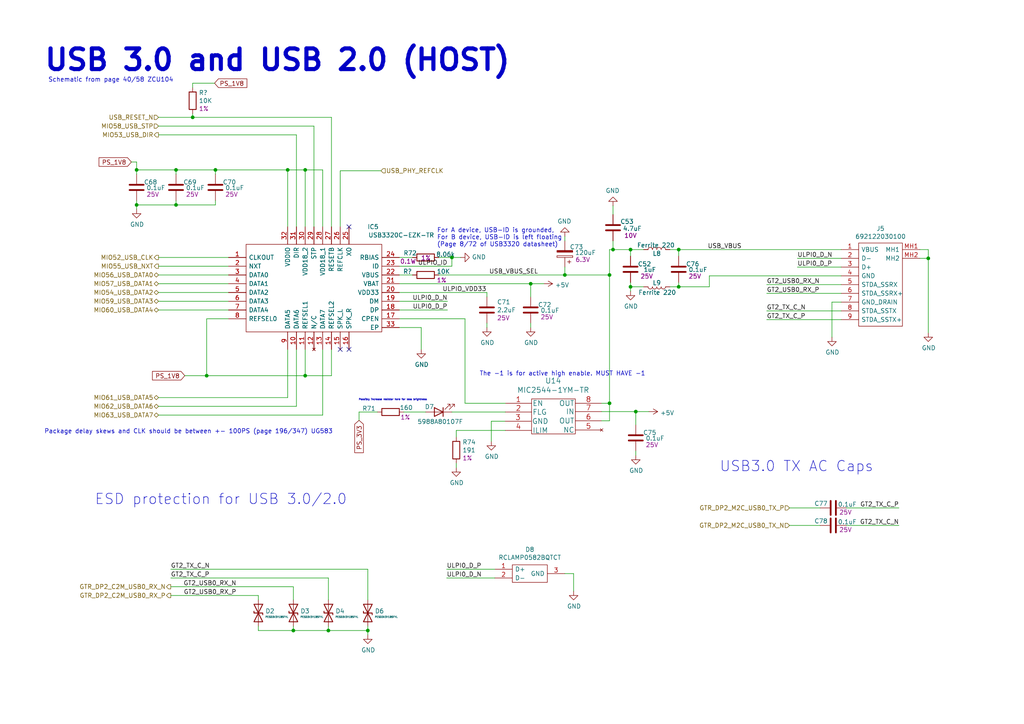
<source format=kicad_sch>
(kicad_sch (version 20230121) (generator eeschema)
  (paper "A4")
  (title_block (title "Top Sheet") (date "2023-12-21") (rev "1.00") (company "ApotheoTech LLC") (comment 1 "SCH: APT-KRIA-FMC") (comment 2 "Author: Chance Reimer"))
  (lib_symbols
    (symbol "APT-KRIA-FMC-rescue:CP-Device" (pin_numbers hide) (pin_names (offset 0.254))
      (property "Reference" "C" (at 0.635 2.54 0))
      (property "Value" "Device_CP" (at 0.635 -2.54 0))
      (symbol "CP-Device_0_1"
        (rectangle (start -2.286 0.508) (end 2.286 1.016))
        (polyline (pts (xy -1.778 2.286) (xy -0.762 2.286)))
        (polyline (pts (xy -1.27 2.794) (xy -1.27 1.778)))
        (rectangle (start 2.286 -0.508) (end -2.286 -1.016) (fill (type outline)))
      )
      (symbol "CP-Device_1_1"
        (pin passive line (at 0 3.81 270) (length 2.794) (name "~") (number "1"))
        (pin passive line (at 0 -3.81 90) (length 2.794) (name "~") (number "2"))
      )
    )
    (symbol "ApotheoTech:692122030100" (pin_names (offset 0.762))
      (property "Reference" "J" (at -3.175 16.51 0))
      (property "Value" "692122030100" (at 22.86 12.7 0))
      (symbol "692122030100_0_0"
        (pin passive line (at -11.43 12.7 0) (length 5.08) (name "VBUS") (number "1"))
        (pin passive line (at -11.43 10.16 0) (length 5.08) (name "D-") (number "2"))
        (pin passive line (at -11.43 7.62 0) (length 5.08) (name "D+") (number "3"))
        (pin passive line (at -11.43 5.08 0) (length 5.08) (name "GND") (number "4"))
        (pin passive line (at -11.43 2.54 0) (length 5.08) (name "STDA_SSRX") (number "5"))
        (pin passive line (at -11.43 0 0) (length 5.08) (name "STDA_SSRX+") (number "6"))
        (pin passive line (at -11.43 -2.54 0) (length 5.08) (name "GND_DRAIN") (number "7"))
        (pin passive line (at -11.43 -5.08 0) (length 5.08) (name "STDA_SSTX") (number "8"))
        (pin passive line (at -11.43 -7.62 0) (length 5.08) (name "STDA_SSTX+") (number "9"))
        (pin passive line (at 11.43 12.7 180) (length 5.08) (name "MH1") (number "MH1"))
        (pin passive line (at 11.43 10.16 180) (length 5.08) (name "MH2") (number "MH2"))
      )
      (symbol "692122030100_0_1"
        (rectangle (start -6.35 14.605) (end 6.35 -9.525))
      )
    )
    (symbol "ApotheoTech:MIC2544-1YM-TR" (pin_names (offset 0.254))
      (property "Reference" "U" (at -1.27 11.938 0))
      (property "Value" "MIC2544-1YM-TR" (at -1.27 9.398 0))
      (symbol "MIC2544-1YM-TR_1_1"
        (rectangle (start -6.604 5.08) (end 6.096 -5.08))
        (pin input line (at -14.224 3.81 0) (length 7.62) (name "EN") (number "1"))
        (pin output line (at -14.224 1.27 0) (length 7.62) (name "FLG") (number "2"))
        (pin power_in line (at -14.351 -1.397 0) (length 7.62) (name "GND") (number "3"))
        (pin passive line (at -14.224 -4.064 0) (length 7.62) (name "ILIM") (number "4"))
        (pin no_connect line (at 13.716 -3.937 180) (length 7.62) (name "NC") (number "5"))
        (pin passive line (at 13.716 -1.27 180) (length 7.62) (name "OUT") (number "6"))
        (pin input line (at 13.716 1.397 180) (length 7.62) (name "IN") (number "7"))
        (pin passive line (at 13.716 3.81 180) (length 7.62) (name "OUT") (number "8"))
      )
    )
    (symbol "ApotheoTech:RCLAMP0582BQTCT" (pin_names (offset 0.762))
      (property "Reference" "D" (at 21.59 7.62 0))
      (property "Value" "RCLAMP0582BQTCT" (at 21.59 5.08 0))
      (symbol "RCLAMP0582BQTCT_0_0"
        (pin passive line (at -10.16 1.27 0) (length 5.08) (name "D+") (number "1"))
        (pin passive line (at -10.16 -1.27 0) (length 5.08) (name "D-") (number "2"))
        (pin passive line (at 10.16 0 180) (length 5.08) (name "GND") (number "3"))
      )
      (symbol "RCLAMP0582BQTCT_0_1"
        (rectangle (start -5.08 2.54) (end 5.08 -2.54))
      )
    )
    (symbol "ApotheoTech:USB3320C-EZK-TR" (pin_names (offset 0.762))
      (property "Reference" "IC" (at 16.51 17.145 0))
      (property "Value" "USB3320C-EZK-TR" (at 16.51 14.605 0))
      (symbol "USB3320C-EZK-TR_0_0"
        (pin passive line (at -24.765 8.89 0) (length 5.08) (name "CLKOUT") (number "1"))
        (pin passive line (at -5.08 -17.78 90) (length 5.08) (name "DATA6") (number "10"))
        (pin passive line (at -2.54 -17.78 90) (length 5.08) (name "REFSEL1") (number "11"))
        (pin no_connect line (at 0 -17.78 90) (length 5.08) (name "N/C") (number "12"))
        (pin passive line (at 2.54 -17.78 90) (length 5.08) (name "DATA7") (number "13"))
        (pin passive line (at 5.08 -17.78 90) (length 5.08) (name "REFSEL2") (number "14"))
        (pin passive line (at 7.62 -17.78 90) (length 5.08) (name "SPK_L") (number "15"))
        (pin passive line (at 10.16 -17.78 90) (length 5.08) (name "SPK_R") (number "16"))
        (pin passive line (at 24.765 -8.89 180) (length 5.08) (name "CPEN") (number "17"))
        (pin passive line (at 24.765 -6.35 180) (length 5.08) (name "DP") (number "18"))
        (pin passive line (at 24.765 -3.81 180) (length 5.08) (name "DM") (number "19"))
        (pin passive line (at -24.765 6.35 0) (length 5.08) (name "NXT") (number "2"))
        (pin passive line (at 24.765 -1.27 180) (length 5.08) (name "VDD33") (number "20"))
        (pin passive line (at 24.765 1.27 180) (length 5.08) (name "VBAT") (number "21"))
        (pin passive line (at 24.765 3.81 180) (length 5.08) (name "VBUS") (number "22"))
        (pin passive line (at 24.765 6.35 180) (length 5.08) (name "ID") (number "23"))
        (pin passive line (at 24.765 8.89 180) (length 5.08) (name "RBIAS") (number "24"))
        (pin passive line (at 10.16 17.78 270) (length 5.08) (name "XO") (number "25"))
        (pin passive line (at 7.62 17.78 270) (length 5.08) (name "REFCLK") (number "26"))
        (pin passive line (at 5.08 17.78 270) (length 5.08) (name "RESETB") (number "27"))
        (pin passive line (at 2.54 17.78 270) (length 5.08) (name "VDD18_1") (number "28"))
        (pin passive line (at 0 17.78 270) (length 5.08) (name "STP") (number "29"))
        (pin passive line (at -24.765 3.81 0) (length 5.08) (name "DATA0") (number "3"))
        (pin passive line (at -2.54 17.78 270) (length 5.08) (name "VDD18_2") (number "30"))
        (pin passive line (at -5.08 17.78 270) (length 5.08) (name "DIR") (number "31"))
        (pin passive line (at -7.62 17.78 270) (length 5.08) (name "VDDIO") (number "32"))
        (pin passive line (at 24.765 -11.43 180) (length 5.08) (name "EP") (number "33"))
        (pin passive line (at -24.765 1.27 0) (length 5.08) (name "DATA1") (number "4"))
        (pin passive line (at -24.765 -1.27 0) (length 5.08) (name "DATA2") (number "5"))
        (pin passive line (at -24.765 -3.81 0) (length 5.08) (name "DATA3") (number "6"))
        (pin passive line (at -24.765 -6.35 0) (length 5.08) (name "DATA4") (number "7"))
        (pin passive line (at -24.765 -8.89 0) (length 5.08) (name "REFSEL0") (number "8"))
        (pin passive line (at -7.62 -17.78 90) (length 5.08) (name "DATA5") (number "9"))
      )
      (symbol "USB3320C-EZK-TR_0_1"
        (rectangle (start -19.685 12.7) (end 19.685 -12.7))
      )
    )
    (symbol "Device:C" (pin_numbers hide) (pin_names (offset 0.254))
      (property "Reference" "C" (at 0.635 2.54 0))
      (property "Value" "C" (at 0.635 -2.54 0))
      (symbol "C_0_1"
        (polyline (pts (xy -2.032 -0.762) (xy 2.032 -0.762)) (stroke (width 0.508)))
        (polyline (pts (xy -2.032 0.762) (xy 2.032 0.762)) (stroke (width 0.508)))
      )
      (symbol "C_1_1"
        (pin passive line (at 0 3.81 270) (length 2.794) (name "~") (number "1"))
        (pin passive line (at 0 -3.81 90) (length 2.794) (name "~") (number "2"))
      )
    )
    (symbol "Device:D_TVS" (pin_numbers hide) (pin_names (offset 1.016) hide)
      (property "Reference" "D" (at 0 2.54 0))
      (property "Value" "D_TVS" (at 0 -2.54 0))
      (symbol "D_TVS_0_1"
        (polyline (pts (xy 1.27 0) (xy -1.27 0)))
        (polyline (pts (xy 0.508 1.27) (xy 0 1.27) (xy 0 -1.27) (xy -0.508 -1.27)) (stroke (width 0.254)))
        (polyline (pts (xy -2.54 1.27) (xy -2.54 -1.27) (xy 2.54 1.27) (xy 2.54 -1.27) (xy -2.54 1.27)) (stroke (width 0.254)))
      )
      (symbol "D_TVS_1_1"
        (pin passive line (at -3.81 0 0) (length 2.54) (name "A1") (number "1"))
        (pin passive line (at 3.81 0 180) (length 2.54) (name "A2") (number "2"))
      )
    )
    (symbol "Device:L" (pin_numbers hide) (pin_names (offset 1.016) hide)
      (property "Reference" "L" (at -1.27 0 90))
      (property "Value" "L" (at 1.905 0 90))
      (symbol "L_0_1"
        (arc (start 0 -2.54) (mid 0.6323 -1.905) (end 0 -1.27))
        (arc (start 0 -1.27) (mid 0.6323 -0.635) (end 0 0))
        (arc (start 0 0) (mid 0.6323 0.635) (end 0 1.27))
        (arc (start 0 1.27) (mid 0.6323 1.905) (end 0 2.54))
      )
      (symbol "L_1_1"
        (pin passive line (at 0 3.81 270) (length 1.27) (name "1") (number "1"))
        (pin passive line (at 0 -3.81 90) (length 1.27) (name "2") (number "2"))
      )
    )
    (symbol "Device:LED" (pin_numbers hide) (pin_names (offset 1.016) hide)
      (property "Reference" "D" (at 0 2.54 0))
      (property "Value" "LED" (at 0 -2.54 0))
      (symbol "LED_0_1"
        (polyline (pts (xy -1.27 -1.27) (xy -1.27 1.27)) (stroke (width 0.254)))
        (polyline (pts (xy -1.27 0) (xy 1.27 0)))
        (polyline (pts (xy 1.27 -1.27) (xy 1.27 1.27) (xy -1.27 0) (xy 1.27 -1.27)) (stroke (width 0.254)))
        (polyline (pts (xy -3.048 -0.762) (xy -4.572 -2.286) (xy -3.81 -2.286) (xy -4.572 -2.286) (xy -4.572 -1.524)))
        (polyline (pts (xy -1.778 -0.762) (xy -3.302 -2.286) (xy -2.54 -2.286) (xy -3.302 -2.286) (xy -3.302 -1.524)))
      )
      (symbol "LED_1_1"
        (pin passive line (at -3.81 0 0) (length 2.54) (name "K") (number "1"))
        (pin passive line (at 3.81 0 180) (length 2.54) (name "A") (number "2"))
      )
    )
    (symbol "Device:R" (pin_numbers hide) (pin_names (offset 0))
      (property "Reference" "R" (at 2.032 0 90))
      (property "Value" "R" (at 0 0 90))
      (symbol "R_0_1"
        (rectangle (start -1.016 -2.54) (end 1.016 2.54) (stroke (width 0.254)))
      )
      (symbol "R_1_1"
        (pin passive line (at 0 3.81 270) (length 1.27) (name "~") (number "1"))
        (pin passive line (at 0 -3.81 90) (length 1.27) (name "~") (number "2"))
      )
    )
    (symbol "power:+5V" (power) (pin_names (offset 0))
      (property "Value" "+5V" (at 0 3.556 0))
      (symbol "+5V_0_1"
        (polyline (pts (xy -0.762 1.27) (xy 0 2.54)))
        (polyline (pts (xy 0 0) (xy 0 2.54)))
        (polyline (pts (xy 0 2.54) (xy 0.762 1.27)))
      )
      (symbol "+5V_1_1"
        (pin power_in line (at 0 0 90) (length 0) hide (name "+5V") (number "1"))
      )
    )
    (symbol "power:GND" (power) (pin_names (offset 0))
      (property "Value" "GND" (at 0 -3.81 0))
      (symbol "GND_0_1"
        (polyline (pts (xy 0 0) (xy 0 -1.27) (xy 1.27 -1.27) (xy 0 -2.54) (xy -1.27 -1.27) (xy 0 -1.27)))
      )
      (symbol "GND_1_1"
        (pin power_in line (at 0 0 270) (length 0) hide (name "GND") (number "1"))
      )
    )
  )
  (junction (at 269.24 74.93))
  (junction (at 153.924 82.296))
  (junction (at 83.439 49.276))
  (junction (at 177.8 72.39))
  (junction (at 88.519 49.276))
  (junction (at 51.054 49.276))
  (junction (at 62.484 49.276))
  (junction (at 85.09 182.88))
  (junction (at 51.054 59.436))
  (junction (at 182.88 83.185))
  (junction (at 59.944 108.966))
  (junction (at 39.624 49.276))
  (junction (at 55.88 34.036))
  (junction (at 131.064 74.676))
  (junction (at 184.404 119.38))
  (junction (at 196.85 83.185))
  (junction (at 196.85 72.39))
  (junction (at 106.68 182.88))
  (junction (at 176.784 79.756))
  (junction (at 182.88 72.39))
  (junction (at 88.519 108.966))
  (junction (at 176.784 116.967))
  (junction (at 95.25 182.88))
  (junction (at 39.624 59.436))
  (junction (at 163.83 79.756))
  (no_connect (at 98.679 101.346))
  (no_connect (at 101.219 101.346))
  (no_connect (at 101.219 65.786))
  (wire (pts (xy 269.24 74.93) (xy 269.24 96.52)))
  (wire (pts (xy 243.967 87.63) (xy 241.3 87.63)))
  (wire (pts (xy 55.88 25.4) (xy 55.88 24.13)))
  (wire (pts (xy 174.498 119.38) (xy 184.404 119.38)))
  (wire (pts (xy 146.558 119.507) (xy 131.064 119.507)))
  (wire (pts (xy 115.824 82.296) (xy 153.924 82.296)))
  (wire (pts (xy 163.83 69.85) (xy 163.83 68.58)))
  (wire (pts (xy 182.88 83.185) (xy 182.88 84.455)))
  (wire (pts (xy 98.679 65.786) (xy 98.679 49.53)))
  (wire (pts (xy 176.784 122.047) (xy 176.784 116.967)))
  (wire (pts (xy 184.404 119.38) (xy 188.214 119.38)))
  (wire (pts (xy 182.88 83.185) (xy 186.69 83.185)))
  (wire (pts (xy 146.431 122.174) (xy 142.494 122.174)))
  (wire (pts (xy 62.484 58.166) (xy 62.484 59.436)))
  (wire (pts (xy 115.824 87.376) (xy 129.794 87.376)))
  (wire (pts (xy 38.1 46.99) (xy 39.624 46.99)))
  (wire (pts (xy 177.8 72.39) (xy 176.784 72.39)))
  (wire (pts (xy 93.599 101.346) (xy 93.599 120.396)))
  (wire (pts (xy 66.294 77.216) (xy 45.974 77.216)))
  (wire (pts (xy 59.944 108.966) (xy 53.594 108.966)))
  (wire (pts (xy 115.824 89.916) (xy 129.794 89.916)))
  (wire (pts (xy 59.944 92.456) (xy 59.944 108.966)))
  (wire (pts (xy 91.059 36.576) (xy 45.974 36.576)))
  (wire (pts (xy 153.924 82.296) (xy 157.734 82.296)))
  (wire (pts (xy 96.139 108.966) (xy 96.139 101.346)))
  (wire (pts (xy 85.979 39.116) (xy 45.974 39.116)))
  (wire (pts (xy 106.68 165.1) (xy 106.68 173.99)))
  (wire (pts (xy 85.979 65.786) (xy 85.979 39.116)))
  (wire (pts (xy 269.24 74.93) (xy 269.24 72.39)))
  (wire (pts (xy 182.88 81.915) (xy 182.88 83.185)))
  (wire (pts (xy 163.83 79.756) (xy 176.784 79.756)))
  (wire (pts (xy 88.519 65.786) (xy 88.519 49.276)))
  (wire (pts (xy 245.491 147.32) (xy 260.731 147.32)))
  (wire (pts (xy 51.054 49.276) (xy 62.484 49.276)))
  (wire (pts (xy 85.979 117.856) (xy 45.974 117.856)))
  (wire (pts (xy 196.85 72.39) (xy 243.967 72.39)))
  (wire (pts (xy 153.924 93.726) (xy 153.924 94.996)))
  (wire (pts (xy 134.874 116.967) (xy 146.558 116.967)))
  (wire (pts (xy 131.064 74.676) (xy 133.604 74.676)))
  (wire (pts (xy 166.37 166.37) (xy 166.37 171.45)))
  (wire (pts (xy 131.064 77.216) (xy 131.064 74.676)))
  (wire (pts (xy 104.14 119.507) (xy 109.474 119.507)))
  (wire (pts (xy 222.377 90.17) (xy 243.967 90.17)))
  (wire (pts (xy 134.874 92.456) (xy 134.874 116.967)))
  (wire (pts (xy 66.294 89.916) (xy 45.974 89.916)))
  (wire (pts (xy 49.53 165.1) (xy 106.68 165.1)))
  (wire (pts (xy 237.871 147.32) (xy 228.981 147.32)))
  (wire (pts (xy 222.377 82.55) (xy 243.967 82.55)))
  (wire (pts (xy 104.14 121.92) (xy 104.14 119.507)))
  (wire (pts (xy 222.377 85.09) (xy 243.967 85.09)))
  (wire (pts (xy 95.25 182.88) (xy 95.25 181.61)))
  (wire (pts (xy 205.74 80.01) (xy 205.74 83.185)))
  (wire (pts (xy 194.31 72.39) (xy 196.85 72.39)))
  (wire (pts (xy 96.139 34.036) (xy 55.88 34.036)))
  (wire (pts (xy 115.824 92.456) (xy 134.874 92.456)))
  (wire (pts (xy 243.967 77.47) (xy 231.267 77.47)))
  (wire (pts (xy 222.377 92.71) (xy 243.967 92.71)))
  (wire (pts (xy 91.059 65.786) (xy 91.059 36.576)))
  (wire (pts (xy 39.624 50.546) (xy 39.624 49.276)))
  (wire (pts (xy 51.054 49.276) (xy 51.054 50.546)))
  (wire (pts (xy 141.224 84.836) (xy 141.224 86.106)))
  (wire (pts (xy 88.519 108.966) (xy 96.139 108.966)))
  (wire (pts (xy 49.53 172.72) (xy 74.93 172.72)))
  (wire (pts (xy 243.967 74.93) (xy 231.267 74.93)))
  (wire (pts (xy 55.88 24.13) (xy 62.23 24.13)))
  (wire (pts (xy 66.294 82.296) (xy 45.974 82.296)))
  (wire (pts (xy 66.294 87.376) (xy 45.974 87.376)))
  (wire (pts (xy 95.25 167.64) (xy 95.25 173.99)))
  (wire (pts (xy 55.88 34.036) (xy 45.974 34.036)))
  (wire (pts (xy 49.53 170.18) (xy 85.09 170.18)))
  (wire (pts (xy 269.24 74.93) (xy 266.827 74.93)))
  (wire (pts (xy 184.404 123.19) (xy 184.404 119.38)))
  (wire (pts (xy 93.599 49.276) (xy 88.519 49.276)))
  (wire (pts (xy 95.25 182.88) (xy 106.68 182.88)))
  (wire (pts (xy 88.519 108.966) (xy 88.519 101.346)))
  (wire (pts (xy 123.444 119.507) (xy 117.094 119.507)))
  (wire (pts (xy 153.924 86.106) (xy 153.924 82.296)))
  (wire (pts (xy 132.334 124.841) (xy 146.558 124.841)))
  (wire (pts (xy 115.824 84.836) (xy 141.224 84.836)))
  (wire (pts (xy 186.69 72.39) (xy 182.88 72.39)))
  (wire (pts (xy 163.83 166.37) (xy 166.37 166.37)))
  (wire (pts (xy 163.83 79.756) (xy 163.83 77.47)))
  (wire (pts (xy 127.254 79.756) (xy 163.83 79.756)))
  (wire (pts (xy 74.93 172.72) (xy 74.93 173.99)))
  (wire (pts (xy 85.09 182.88) (xy 85.09 181.61)))
  (wire (pts (xy 74.93 182.88) (xy 85.09 182.88)))
  (wire (pts (xy 106.68 182.88) (xy 106.68 184.15)))
  (wire (pts (xy 66.294 84.836) (xy 45.974 84.836)))
  (wire (pts (xy 174.498 116.967) (xy 176.784 116.967)))
  (wire (pts (xy 269.24 72.39) (xy 266.827 72.39)))
  (wire (pts (xy 83.439 65.786) (xy 83.439 49.276)))
  (wire (pts (xy 98.679 49.53) (xy 110.49 49.53)))
  (wire (pts (xy 143.51 165.1) (xy 129.54 165.1)))
  (wire (pts (xy 182.88 72.39) (xy 182.88 74.295)))
  (wire (pts (xy 62.484 49.276) (xy 62.484 50.546)))
  (wire (pts (xy 115.824 79.756) (xy 119.634 79.756)))
  (wire (pts (xy 106.68 182.88) (xy 106.68 181.61)))
  (wire (pts (xy 241.3 87.63) (xy 241.3 97.79)))
  (wire (pts (xy 39.624 59.436) (xy 39.624 58.166)))
  (wire (pts (xy 85.09 182.88) (xy 95.25 182.88)))
  (wire (pts (xy 66.294 74.676) (xy 45.974 74.676)))
  (wire (pts (xy 184.404 130.81) (xy 184.404 132.08)))
  (wire (pts (xy 132.334 134.366) (xy 132.334 135.636)))
  (wire (pts (xy 55.88 33.02) (xy 55.88 34.036)))
  (wire (pts (xy 88.519 49.276) (xy 83.439 49.276)))
  (wire (pts (xy 51.054 59.436) (xy 39.624 59.436)))
  (wire (pts (xy 194.31 83.185) (xy 196.85 83.185)))
  (wire (pts (xy 141.224 93.726) (xy 141.224 94.996)))
  (wire (pts (xy 74.93 181.61) (xy 74.93 182.88)))
  (wire (pts (xy 66.294 92.456) (xy 59.944 92.456)))
  (wire (pts (xy 142.494 122.174) (xy 142.494 128.016)))
  (wire (pts (xy 115.824 94.996) (xy 122.174 94.996)))
  (wire (pts (xy 115.824 77.216) (xy 131.064 77.216)))
  (wire (pts (xy 182.88 72.39) (xy 177.8 72.39)))
  (wire (pts (xy 177.8 69.85) (xy 177.8 72.39)))
  (wire (pts (xy 66.294 79.756) (xy 45.974 79.756)))
  (wire (pts (xy 237.871 152.4) (xy 228.981 152.4)))
  (wire (pts (xy 83.439 115.316) (xy 45.974 115.316)))
  (wire (pts (xy 196.85 74.295) (xy 196.85 72.39)))
  (wire (pts (xy 85.979 101.346) (xy 85.979 117.856)))
  (wire (pts (xy 174.498 122.047) (xy 176.784 122.047)))
  (wire (pts (xy 115.824 74.676) (xy 119.634 74.676)))
  (wire (pts (xy 177.8 59.69) (xy 177.8 62.23)))
  (wire (pts (xy 39.624 59.436) (xy 39.624 60.706)))
  (wire (pts (xy 39.624 46.99) (xy 39.624 49.276)))
  (wire (pts (xy 49.53 167.64) (xy 95.25 167.64)))
  (wire (pts (xy 132.334 124.841) (xy 132.334 126.746)))
  (wire (pts (xy 85.09 170.18) (xy 85.09 173.99)))
  (wire (pts (xy 176.784 72.39) (xy 176.784 79.756)))
  (wire (pts (xy 51.054 58.166) (xy 51.054 59.436)))
  (wire (pts (xy 196.85 83.185) (xy 196.85 81.915)))
  (wire (pts (xy 39.624 49.276) (xy 51.054 49.276)))
  (wire (pts (xy 83.439 101.346) (xy 83.439 115.316)))
  (wire (pts (xy 93.599 65.786) (xy 93.599 49.276)))
  (wire (pts (xy 62.484 59.436) (xy 51.054 59.436)))
  (wire (pts (xy 96.139 65.786) (xy 96.139 34.036)))
  (wire (pts (xy 122.174 94.996) (xy 122.174 101.346)))
  (wire (pts (xy 143.51 167.64) (xy 129.54 167.64)))
  (wire (pts (xy 245.491 152.4) (xy 260.731 152.4)))
  (wire (pts (xy 127.254 74.676) (xy 131.064 74.676)))
  (wire (pts (xy 93.599 120.396) (xy 45.974 120.396)))
  (wire (pts (xy 59.944 108.966) (xy 88.519 108.966)))
  (wire (pts (xy 62.484 49.276) (xy 83.439 49.276)))
  (wire (pts (xy 243.967 80.01) (xy 205.74 80.01)))
  (wire (pts (xy 176.784 79.756) (xy 176.784 116.967)))
  (wire (pts (xy 196.85 83.185) (xy 205.74 83.185)))
  (text "For A device, USB-ID is grounded,\nFor B device, USB-ID is left floating \n(Page 8/72 of USB3320 datasheet)" (at 126.746 71.755 0) (effects (font (size 1.27 1.27)) (justify left bottom)))
  (text "Package delay skews and CLK should be between +- 100PS (page 196/347) UG583" (at 12.827 125.984 0) (effects (font (size 1.27 1.27)) (justify left bottom)))
  (text "The -1 is for active high enable. MUST HAVE -1" (at 139.065 109.22 0) (effects (font (size 1.27 1.27)) (justify left bottom)))
  (text "Possibly increase resistor here for less brightness" (at 104.013 116.332 0) (effects (font (size 0.508 0.508)) (justify left bottom)))
  (text "USB3.0 TX AC Caps" (at 208.661 137.16 0) (effects (font (size 2.9972 2.9972)) (justify left bottom)))
  (text "Schematic from page 40/58 ZCU104" (at 13.97 24.003 0) (effects (font (size 1.27 1.27)) (justify left bottom)))
  (text "ESD protection for USB 3.0/2.0" (at 27.432 146.685 0) (effects (font (size 2.9972 2.9972)) (justify left bottom)))
  (text "USB 3.0 and USB 2.0 (HOST)" (at 12.446 21.082 0) (effects (font (size 5.9944 5.9944) (thickness 1.1989) bold) (justify left bottom)))
  (label "GT2_USB0_RX_P" (at 222.377 85.09 0))
  (label "GT2_TX_C_P" (at 222.377 92.71 0))
  (label "USB_VBUS" (at 205.232 72.39 0))
  (label "ULPI0_D_N" (at 129.54 167.64 0))
  (label "GT2_TX_C_N" (at 49.53 165.1 0))
  (label "GT2_TX_C_P" (at 49.53 167.64 0))
  (label "USB_VBUS_SEL" (at 141.859 79.756 0))
  (label "ULPIO_ID" (at 129.794 77.216 180))
  (label "ULPIO_VDD33" (at 141.097 84.836 180))
  (label "GT2_USB0_RX_P" (at 68.58 172.72 180))
  (label "GT2_USB0_RX_N" (at 222.377 82.55 0))
  (label "ULPI0_D_P" (at 231.267 77.47 0))
  (label "ULPI0_D_N" (at 231.267 74.93 0))
  (label "GT2_TX_C_P" (at 260.731 147.32 180))
  (label "ULPI0_D_N" (at 129.794 87.376 180))
  (label "ULPI0_D_P" (at 129.794 89.916 180))
  (label "GT2_USB0_RX_N" (at 68.58 170.18 180))
  (label "GT2_TX_C_N" (at 222.377 90.17 0))
  (label "GT2_TX_C_N" (at 260.731 152.4 180))
  (label "ULPI0_D_P" (at 129.54 165.1 0))
  (global_label "PS_3V3" (shape input) (at 104.14 121.92 270) (property "Intersheetrefs" "${INTERSHEET_REFS}" (effects hide)))
  (global_label "PS_1V8" (shape input) (at 53.594 108.966 180) (property "Intersheetrefs" "${INTERSHEET_REFS}" (effects hide)))
  (global_label "PS_1V8" (shape input) (at 62.23 24.13 0) (property "Intersheetrefs" "${INTERSHEET_REFS}" (effects hide)))
  (global_label "PS_1V8" (shape input) (at 38.1 46.99 180) (property "Intersheetrefs" "${INTERSHEET_REFS}" (effects hide)))
  (hierarchical_label "MIO55_USB_NXT" (shape output) (at 45.974 77.216 180))
  (hierarchical_label "MIO59_USB_DATA3" (shape bidirectional) (at 45.974 87.376 180))
  (hierarchical_label "MIO62_USB_DATA6" (shape bidirectional) (at 45.974 117.856 180))
  (hierarchical_label "GTR_DP2_M2C_USB0_TX_N" (shape input) (at 228.981 152.4 180))
  (hierarchical_label "MIO60_USB_DATA4" (shape bidirectional) (at 45.974 89.916 180))
  (hierarchical_label "MIO52_USB_CLK" (shape output) (at 45.974 74.676 180))
  (hierarchical_label "MIO57_USB_DATA1" (shape bidirectional) (at 45.974 82.296 180))
  (hierarchical_label "GTR_DP2_C2M_USB0_RX_P" (shape output) (at 49.53 172.72 180))
  (hierarchical_label "MIO56_USB_DATA0" (shape bidirectional) (at 45.974 79.756 180))
  (hierarchical_label "USB_PHY_REFCLK" (shape input) (at 110.49 49.53 0))
  (hierarchical_label "MIO58_USB_STP" (shape input) (at 45.974 36.576 180))
  (hierarchical_label "GTR_DP2_M2C_USB0_TX_P" (shape input) (at 228.981 147.32 180))
  (hierarchical_label "MIO63_USB_DATA7" (shape bidirectional) (at 45.974 120.396 180))
  (hierarchical_label "USB_RESET_N" (shape input) (at 45.974 34.036 180))
  (hierarchical_label "GTR_DP2_C2M_USB0_RX_N" (shape output) (at 49.53 170.18 180))
  (hierarchical_label "MIO61_USB_DATA5" (shape bidirectional) (at 45.974 115.316 180))
  (hierarchical_label "MIO53_USB_DIR" (shape output) (at 45.974 39.116 180))
  (hierarchical_label "MIO54_USB_DATA2" (shape bidirectional) (at 45.974 84.836 180))
  (symbol (lib_id "ApotheoTech:USB3320C-EZK-TR") (at 91.059 83.566 0) (unit 1)
    (property "Reference" "IC5" (at 106.553 65.786 0) (effects (justify left)))
    (property "Value" "USB3320C-EZK-TR" (at 106.807 68.199 0) (effects (justify left)))
    (property "Footprint" "ApotheoTech_CXP_Lib:USB3320C-EZK-TR" (effects hide))
    (property "Datasheet" "http://ww1.microchip.com/downloads/en/DeviceDoc/00001792B.pdf" (effects hide))
    (property "Description" "Highly Integrated Full Featured Hi-Speed USB 2.0 ULPI%D Transceiver" (effects hide))
    (property "Height" "1" (effects hide))
    (property "Mouser Part Number" "886-USB3320C-EZK-TR" (effects hide))
    (property "Mouser Price/Stock" "https://www.mouser.co.uk/ProductDetail/Microchip-Technology/USB3320C-EZK-TR?qs=pA5MXup5wxFLWWzXkMzUXA%3D%3D" (effects hide))
    (property "Manufacturer_Name" "Microchip" (effects hide))
    (property "Manufacturer_Part_Number" "USB3320C-EZK-TR" (effects hide))
  )
  (symbol (lib_id "power:GND") (at 39.624 60.706 0) (unit 1)
    (property "Reference" "#PWR080" (effects hide))
    (property "Value" "GND" (at 39.751 65.1002 0))
  )
  (symbol (lib_id "power:GND") (at 122.174 101.346 0) (unit 1)
    (property "Reference" "#PWR083" (effects hide))
    (property "Value" "GND" (at 122.301 105.7402 0))
  )
  (symbol (lib_id "ApotheoTech:MIC2544-1YM-TR") (at 160.782 120.777 0) (unit 1)
    (property "Reference" "U14" (at 160.4518 110.4392 0) (effects (font (size 1.524 1.524))))
    (property "Value" "MIC2544-1YM-TR" (at 160.4518 113.1316 0) (effects (font (size 1.524 1.524))))
    (property "Footprint" "ApotheoTech_CXP_Lib:MIC2544-1YM-TR" (effects hide))
    (property "PartNumber" "MIC2544-1YM-TR" (effects hide))
  )
  (symbol (lib_id "power:GND") (at 142.494 128.016 0) (unit 1)
    (property "Reference" "#PWR087" (effects hide))
    (property "Value" "GND" (at 142.621 132.4102 0))
  )
  (symbol (lib_id "Device:R") (at 123.444 74.676 90) (unit 1)
    (property "Reference" "R72" (at 120.904 73.406 90) (effects (justify left)))
    (property "Value" "8.06k" (at 131.953 73.787 90) (effects (justify left)))
    (property "Footprint" "Resistor_SMD:R_0402_1005Metric" (effects hide))
    (property "Tolerance" "1%" (at 124.968 74.803 90) (effects (justify left)))
    (property "Power" "0.1W" (at 118.364 75.819 90))
    (property "PartNumber" "ERJ-2RKF8061X‎" (effects hide))
    (property "URL" "https://www.digikey.com/en/products/detail/ERJ-2RKF8061X/P8.06KLCT-ND/194525?itemSeq=374221613" (effects hide))
  )
  (symbol (lib_id "power:GND") (at 133.604 74.676 90) (unit 1)
    (property "Reference" "#PWR085" (effects hide))
    (property "Value" "GND" (at 136.8552 74.549 90) (effects (justify right)))
  )
  (symbol (lib_id "Device:L") (at 190.5 72.39 90) (unit 1)
    (property "Reference" "L8" (at 190.5 73.533 90))
    (property "Value" "Ferrite 220" (at 190.246 71.12 90))
    (property "Footprint" "Inductor_SMD:L_0603_1608Metric" (effects hide))
    (property "PartNumber" "MPZ1608S221ATA00" (effects hide))
  )
  (symbol (lib_id "power:GND") (at 182.88 84.455 0) (unit 1)
    (property "Reference" "#PWR092" (effects hide))
    (property "Value" "GND" (at 183.007 88.8492 0))
  )
  (symbol (lib_id "Device:C") (at 141.224 89.916 0) (unit 1)
    (property "Reference" "C71" (at 144.145 87.6046 0) (effects (justify left)))
    (property "Value" "2.2uF" (at 144.145 89.916 0) (effects (justify left)))
    (property "Footprint" "Capacitor_SMD:C_0805_2012Metric" (effects hide))
    (property "Tolerance" "+-10%" (effects hide))
    (property "Voltage" "25V" (at 144.145 92.2274 0) (effects (justify left)))
    (property "PartNumber" "CL21B225KAFNNNE" (effects hide))
  )
  (symbol (lib_id "power:GND") (at 141.224 94.996 0) (unit 1)
    (property "Reference" "#PWR086" (effects hide))
    (property "Value" "GND" (at 141.351 99.3902 0))
  )
  (symbol (lib_id "power:+5V") (at 157.734 82.296 270) (unit 1)
    (property "Reference" "#PWR089" (effects hide))
    (property "Value" "+5V" (at 160.9852 82.677 90) (effects (justify left)))
  )
  (symbol (lib_id "power:GND") (at 153.924 94.996 0) (unit 1)
    (property "Reference" "#PWR088" (effects hide))
    (property "Value" "GND" (at 154.051 99.3902 0))
  )
  (symbol (lib_id "Device:R") (at 132.334 130.556 0) (unit 1)
    (property "Reference" "R74" (at 134.112 128.2446 0) (effects (justify left)))
    (property "Value" "191" (at 134.112 130.556 0) (effects (justify left)))
    (property "Footprint" "Resistor_SMD:R_0402_1005Metric" (effects hide))
    (property "Tolerance" "1%" (at 134.112 132.8674 0) (effects (justify left)))
    (property "PartNumber" "CRCW0402191RFKED" (effects hide))
    (property "Power" "1/16W" (effects hide))
  )
  (symbol (lib_id "power:GND") (at 132.334 135.636 0) (unit 1)
    (property "Reference" "#PWR084" (effects hide))
    (property "Value" "GND" (at 132.461 140.0302 0))
  )
  (symbol (lib_id "Device:R") (at 113.284 119.507 90) (unit 1)
    (property "Reference" "R71" (at 108.966 118.491 90) (effects (justify left)))
    (property "Value" "160" (at 119.761 118.237 90) (effects (justify left)))
    (property "Footprint" "Resistor_SMD:R_0402_1005Metric" (effects hide))
    (property "Tolerance" "1%" (at 118.999 121.031 90) (effects (justify left)))
    (property "PartNumber" "ERJ-2RKF1600X" (effects hide))
  )
  (symbol (lib_id "Device:LED") (at 127.254 119.507 180) (unit 1)
    (property "Reference" "D7" (at 123.19 117.983 0) (effects (justify right)))
    (property "Value" "5988A80107F" (at 121.031 122.301 0) (effects (justify right)))
    (property "Footprint" "Diode_SMD:D_0402_1005Metric" (effects hide))
    (property "PartNumber" "5988A80107F" (effects hide))
  )
  (symbol (lib_id "power:GND") (at 184.404 132.08 0) (unit 1)
    (property "Reference" "#PWR093" (effects hide))
    (property "Value" "GND" (at 184.531 136.4742 0))
  )
  (symbol (lib_id "power:+5V") (at 188.214 119.38 270) (unit 1)
    (property "Reference" "#PWR094" (effects hide))
    (property "Value" "+5V" (at 191.4652 119.761 90) (effects (justify left)))
  )
  (symbol (lib_id "Device:L") (at 190.5 83.185 270) (unit 1)
    (property "Reference" "L9" (at 190.5 82.042 90))
    (property "Value" "Ferrite 220" (at 190.627 84.836 90))
    (property "Footprint" "Inductor_SMD:L_0603_1608Metric" (effects hide))
    (property "PartNumber" "MPZ1608S221ATA00" (effects hide))
  )
  (symbol (lib_id "Device:R") (at 55.88 29.21 0) (unit 1)
    (property "Reference" "R?" (at 57.658 26.8986 0) (effects (justify left)))
    (property "Value" "10K" (at 57.658 29.21 0) (effects (justify left)))
    (property "Footprint" "Resistor_SMD:R_0402_1005Metric" (effects hide))
    (property "Tolerance" "1%" (at 57.658 31.5214 0) (effects (justify left)))
    (property "Power" "1/10W" (effects hide))
    (property "PartNumber" "ERJ-2RKF1002X" (effects hide))
    (property "URL" "https://www.digikey.com/en/products/detail/panasonic-electronic-components/ERJ-2RKF1002X/192073" (effects hide))
    (instances (project "APT-KRIA-FMC" (path "" (reference "R?") (unit 1)) (path "" (reference "R70") (unit 1)) (path "" (reference "R?") (unit 1))))
  )
  (symbol (lib_id "Device:R") (at 123.444 79.756 90) (unit 1)
    (property "Reference" "R?" (at 119.507 78.74 90) (effects (justify left)))
    (property "Value" "10K" (at 130.556 78.74 90) (effects (justify left)))
    (property "Footprint" "Resistor_SMD:R_0402_1005Metric" (effects hide))
    (property "Tolerance" "1%" (at 129.54 81.28 90) (effects (justify left)))
    (property "Power" "1/10W" (effects hide))
    (property "PartNumber" "ERJ-2RKF1002X" (effects hide))
    (property "URL" "https://www.digikey.com/en/products/detail/panasonic-electronic-components/ERJ-2RKF1002X/192073" (effects hide))
    (instances (project "APT-KRIA-FMC" (path "" (reference "R?") (unit 1)) (path "" (reference "R73") (unit 1)) (path "" (reference "R?") (unit 1))))
  )
  (symbol (lib_id "Device:C") (at 241.681 147.32 90) (unit 1)
    (property "Reference" "C77" (at 238.125 146.05 90))
    (property "Value" "0.1uF" (at 245.745 146.304 90))
    (property "Footprint" "Capacitor_SMD:C_0402_1005Metric" (effects hide))
    (property "PartNumber" "TMK105BJ104KVHF" (effects hide))
    (property "Tolerance" "+-10%" (effects hide))
    (property "Voltage" "25V" (at 245.237 148.59 90))
    (property "Temp_Val" "X5R" (effects hide))
    (property "URL" "https://www.digikey.com/en/products/detail/TMK105BJ104KVHF/587-3808-1-ND/4811278?itemSeq=375666509" (effects hide))
    (instances (project "APT-KRIA-FMC" (path "" (reference "C77") (unit 1)) (path "" (reference "C?") (unit 1))))
  )
  (symbol (lib_id "Device:C") (at 241.681 152.4 90) (unit 1)
    (property "Reference" "C78" (at 238.125 151.13 90))
    (property "Value" "0.1uF" (at 245.745 151.384 90))
    (property "Footprint" "Capacitor_SMD:C_0402_1005Metric" (effects hide))
    (property "PartNumber" "TMK105BJ104KVHF" (effects hide))
    (property "Tolerance" "+-10%" (effects hide))
    (property "Voltage" "25V" (at 245.237 153.67 90))
    (property "Temp_Val" "X5R" (effects hide))
    (property "URL" "https://www.digikey.com/en/products/detail/TMK105BJ104KVHF/587-3808-1-ND/4811278?itemSeq=375666509" (effects hide))
    (instances (project "APT-KRIA-FMC" (path "" (reference "C78") (unit 1)) (path "" (reference "C?") (unit 1))))
  )
  (symbol (lib_id "Device:C") (at 184.404 127 180) (unit 1)
    (property "Reference" "C75" (at 188.468 125.476 0))
    (property "Value" "0.1uF" (at 189.992 127.127 0))
    (property "Footprint" "Capacitor_SMD:C_0402_1005Metric" (effects hide))
    (property "PartNumber" "TMK105BJ104KVHF" (effects hide))
    (property "Tolerance" "+-10%" (effects hide))
    (property "Voltage" "25V" (at 189.103 129.032 0))
    (property "Temp_Val" "X5R" (effects hide))
    (property "URL" "https://www.digikey.com/en/products/detail/TMK105BJ104KVHF/587-3808-1-ND/4811278?itemSeq=375666509" (effects hide))
    (instances (project "APT-KRIA-FMC" (path "" (reference "C75") (unit 1)) (path "" (reference "C?") (unit 1))))
  )
  (symbol (lib_id "Device:C") (at 39.624 54.356 180) (unit 1)
    (property "Reference" "C68" (at 43.688 52.832 0))
    (property "Value" "0.1uF" (at 45.212 54.483 0))
    (property "Footprint" "Capacitor_SMD:C_0402_1005Metric" (effects hide))
    (property "PartNumber" "TMK105BJ104KVHF" (effects hide))
    (property "Tolerance" "+-10%" (effects hide))
    (property "Voltage" "25V" (at 44.323 56.388 0))
    (property "Temp_Val" "X5R" (effects hide))
    (property "URL" "https://www.digikey.com/en/products/detail/TMK105BJ104KVHF/587-3808-1-ND/4811278?itemSeq=375666509" (effects hide))
    (instances (project "APT-KRIA-FMC" (path "" (reference "C68") (unit 1)) (path "" (reference "C?") (unit 1))))
  )
  (symbol (lib_id "Device:C") (at 51.054 54.356 180) (unit 1)
    (property "Reference" "C69" (at 55.118 52.832 0))
    (property "Value" "0.1uF" (at 56.642 54.483 0))
    (property "Footprint" "Capacitor_SMD:C_0402_1005Metric" (effects hide))
    (property "PartNumber" "TMK105BJ104KVHF" (effects hide))
    (property "Tolerance" "+-10%" (effects hide))
    (property "Voltage" "25V" (at 55.753 56.388 0))
    (property "Temp_Val" "X5R" (effects hide))
    (property "URL" "https://www.digikey.com/en/products/detail/TMK105BJ104KVHF/587-3808-1-ND/4811278?itemSeq=375666509" (effects hide))
    (instances (project "APT-KRIA-FMC" (path "" (reference "C69") (unit 1)) (path "" (reference "C?") (unit 1))))
  )
  (symbol (lib_id "Device:C") (at 62.484 54.356 180) (unit 1)
    (property "Reference" "C70" (at 66.548 52.832 0))
    (property "Value" "0.1uF" (at 68.072 54.483 0))
    (property "Footprint" "Capacitor_SMD:C_0402_1005Metric" (effects hide))
    (property "PartNumber" "TMK105BJ104KVHF" (effects hide))
    (property "Tolerance" "+-10%" (effects hide))
    (property "Voltage" "25V" (at 67.183 56.388 0))
    (property "Temp_Val" "X5R" (effects hide))
    (property "URL" "https://www.digikey.com/en/products/detail/TMK105BJ104KVHF/587-3808-1-ND/4811278?itemSeq=375666509" (effects hide))
    (instances (project "APT-KRIA-FMC" (path "" (reference "C70") (unit 1)) (path "" (reference "C?") (unit 1))))
  )
  (symbol (lib_id "Device:C") (at 153.924 89.916 180) (unit 1)
    (property "Reference" "C72" (at 157.988 88.392 0))
    (property "Value" "0.1uF" (at 159.512 90.043 0))
    (property "Footprint" "Capacitor_SMD:C_0402_1005Metric" (effects hide))
    (property "PartNumber" "TMK105BJ104KVHF" (effects hide))
    (property "Tolerance" "+-10%" (effects hide))
    (property "Voltage" "25V" (at 158.623 91.948 0))
    (property "Temp_Val" "X5R" (effects hide))
    (property "URL" "https://www.digikey.com/en/products/detail/TMK105BJ104KVHF/587-3808-1-ND/4811278?itemSeq=375666509" (effects hide))
    (instances (project "APT-KRIA-FMC" (path "" (reference "C72") (unit 1)) (path "" (reference "C?") (unit 1))))
  )
  (symbol (lib_id "Device:C") (at 196.85 78.105 180) (unit 1)
    (property "Reference" "C76" (at 200.914 76.581 0))
    (property "Value" "0.1uF" (at 202.438 78.232 0))
    (property "Footprint" "Capacitor_SMD:C_0402_1005Metric" (effects hide))
    (property "PartNumber" "TMK105BJ104KVHF" (effects hide))
    (property "Tolerance" "+-10%" (effects hide))
    (property "Voltage" "25V" (at 201.549 80.137 0))
    (property "Temp_Val" "X5R" (effects hide))
    (property "URL" "https://www.digikey.com/en/products/detail/TMK105BJ104KVHF/587-3808-1-ND/4811278?itemSeq=375666509" (effects hide))
    (instances (project "APT-KRIA-FMC" (path "" (reference "C76") (unit 1)) (path "" (reference "C?") (unit 1))))
  )
  (symbol (lib_id "power:GND") (at 241.3 97.79 0) (unit 1)
    (property "Reference" "#PWR095" (effects hide))
    (property "Value" "GND" (at 241.427 102.1842 0))
  )
  (symbol (lib_id "APT-KRIA-FMC-rescue:CP-Device") (at 163.83 73.66 180) (unit 1)
    (property "Reference" "C73" (at 169.164 71.628 0) (effects (justify left)))
    (property "Value" "120uF" (at 172.847 73.279 0) (effects (justify left)))
    (property "Footprint" "Capacitor_SMD:C_0805_2012Metric" (effects hide))
    (property "Tolerance" "+-10%" (effects hide))
    (property "Voltage" "6.3V" (at 171.196 75.311 0) (effects (justify left)))
    (property "PartNumber" "CM21X5R107M06AT" (effects hide))
    (property "URL" "https://www.mouser.com/ProductDetail/KYOCERA-AVX/CM21X5R107M06AT?qs=Znm5pLBrcAI44q2aWOSJYQ%3D%3D" (effects hide))
  )
  (symbol (lib_id "power:GND") (at 163.83 68.58 180) (unit 1)
    (property "Reference" "#PWR090" (effects hide))
    (property "Value" "GND" (at 163.703 64.1858 0))
  )
  (symbol (lib_id "power:GND") (at 166.37 171.45 0) (unit 1)
    (property "Reference" "#PWR091" (effects hide))
    (property "Value" "GND" (at 166.497 175.8442 0))
  )
  (symbol (lib_id "power:GND") (at 269.24 96.52 0) (unit 1)
    (property "Reference" "#PWR096" (effects hide))
    (property "Value" "GND" (at 269.367 100.9142 0))
  )
  (symbol (lib_id "ApotheoTech:692122030100") (at 255.397 85.09 0) (unit 1)
    (property "Reference" "J5" (at 255.397 66.294 0))
    (property "Value" "692122030100" (at 255.397 68.6054 0))
    (property "Footprint" "ApotheoTech_CXP_Lib:692122030100" (effects hide))
    (property "Datasheet" "https://katalog.we-online.de/em/datasheet/692122030100.pdf" (effects hide))
    (property "Description" "Wurth Elektronik WR-COM Series, Right Angle Through Hole, Version 3.0 Type A USB Connector, Receptacle" (effects hide))
    (property "Height" "7.55" (effects hide))
    (property "Mouser Part Number" "710-692122030100" (effects hide))
    (property "Mouser Price/Stock" "https://www.mouser.co.uk/ProductDetail/Wurth-Elektronik/692122030100?qs=e5m3IbTHPW%252BwkSEzX%252BzXuw%3D%3D" (effects hide))
    (property "Manufacturer_Name" "Wurth Elektronik" (effects hide))
    (property "Manufacturer_Part_Number" "692122030100" (effects hide))
  )
  (symbol (lib_id "Device:D_TVS") (at 74.93 177.8 270) (unit 1)
    (property "Reference" "D2" (at 76.962 177.2412 90) (effects (justify left)))
    (property "Value" "PESD3V3Y1BSFYL" (at 76.962 178.943 90) (effects (font (size 0.508 0.508)) (justify left)))
    (property "Footprint" "Diode_SMD:D_0201_0603Metric" (effects hide))
    (property "PartNumber" "PESD3V3Y1BSFYL" (effects hide))
    (property "URL" "https://www.mouser.com/ProductDetail/Nexperia/PESD3V3Y1BSFYL?qs=MLItCLRbWswJ%2F2jJIhlIxQ%3D%3D" (effects hide))
  )
  (symbol (lib_id "Device:D_TVS") (at 85.09 177.8 270) (unit 1)
    (property "Reference" "D3" (at 87.122 177.2412 90) (effects (justify left)))
    (property "Value" "PESD3V3Y1BSFYL" (at 87.122 178.943 90) (effects (font (size 0.508 0.508)) (justify left)))
    (property "Footprint" "Diode_SMD:D_0201_0603Metric" (effects hide))
    (property "PartNumber" "PESD3V3Y1BSFYL" (effects hide))
    (property "URL" "https://www.mouser.com/ProductDetail/Nexperia/PESD3V3Y1BSFYL?qs=MLItCLRbWswJ%2F2jJIhlIxQ%3D%3D" (effects hide))
  )
  (symbol (lib_id "Device:D_TVS") (at 95.25 177.8 270) (unit 1)
    (property "Reference" "D4" (at 97.282 177.2412 90) (effects (justify left)))
    (property "Value" "PESD3V3Y1BSFYL" (at 97.282 178.943 90) (effects (font (size 0.508 0.508)) (justify left)))
    (property "Footprint" "Diode_SMD:D_0201_0603Metric" (effects hide))
    (property "PartNumber" "PESD3V3Y1BSFYL" (effects hide))
    (property "URL" "https://www.mouser.com/ProductDetail/Nexperia/PESD3V3Y1BSFYL?qs=MLItCLRbWswJ%2F2jJIhlIxQ%3D%3D" (effects hide))
  )
  (symbol (lib_id "Device:D_TVS") (at 106.68 177.8 270) (unit 1)
    (property "Reference" "D6" (at 108.712 177.2412 90) (effects (justify left)))
    (property "Value" "PESD3V3Y1BSFYL" (at 108.712 178.943 90) (effects (font (size 0.508 0.508)) (justify left)))
    (property "Footprint" "Diode_SMD:D_0201_0603Metric" (effects hide))
    (property "PartNumber" "PESD3V3Y1BSFYL" (effects hide))
    (property "URL" "https://www.mouser.com/ProductDetail/Nexperia/PESD3V3Y1BSFYL?qs=MLItCLRbWswJ%2F2jJIhlIxQ%3D%3D" (effects hide))
  )
  (symbol (lib_id "power:GND") (at 106.68 184.15 0) (unit 1)
    (property "Reference" "#PWR035" (effects hide))
    (property "Value" "GND" (at 106.807 188.5442 0))
  )
  (symbol (lib_id "ApotheoTech:RCLAMP0582BQTCT") (at 153.67 166.37 0) (unit 1)
    (property "Reference" "D8" (at 153.67 159.385 0))
    (property "Value" "RCLAMP0582BQTCT" (at 153.67 161.6964 0))
    (property "Footprint" "ApotheoTech_CXP_Lib:RCLAMP0582BQTCT" (effects hide))
    (property "PartNumber" "RCLAMP0582BQTCT" (effects hide))
  )
  (symbol (lib_id "Device:C") (at 182.88 78.105 180) (unit 1)
    (property "Reference" "C52" (at 186.944 76.581 0))
    (property "Value" "1uF" (at 188.468 78.232 0))
    (property "Footprint" "Capacitor_SMD:C_0402_1005Metric" (effects hide))
    (property "PartNumber" "C1005X5R1E105K050BE" (effects hide))
    (property "Tolerance" "+-10%" (effects hide))
    (property "Voltage" "25V" (at 187.579 80.137 0))
    (property "Temp_Val" "X5R" (effects hide))
    (property "URL" "https://www.digikey.com/en/products/detail/tdk-corporation/C1005X5R1E105K050BE/7907739" (effects hide))
    (instances (project "APT-KRIA-FMC" (path "" (reference "C52") (unit 1)) (path "" (reference "C?") (unit 1)) (path "" (reference "C?") (unit 1))))
  )
  (symbol (lib_id "Device:C") (at 177.8 66.04 0) (unit 1)
    (property "Reference" "C53" (at 181.864 64.262 0))
    (property "Value" "4.7uF" (at 183.388 66.294 0))
    (property "Footprint" "Capacitor_SMD:C_0402_1005Metric" (effects hide))
    (property "PartNumber" "CL05A475KP5NRNC " (effects hide))
    (property "Tolerance" "+-10%" (effects hide))
    (property "Voltage" "10V" (at 182.88 68.326 0))
    (property "Temp_Coeff" "X5R" (effects hide))
    (property "URL" "https://www.digikey.com/product-detail/en/samsung-electro-mechanics/CL05A475KP5NRNC/1276-1480-1-ND/3889566" (effects hide))
    (instances (project "APT-KRIA-FMC" (path "" (reference "C53") (unit 1)) (path "" (reference "C?") (unit 1))))
  )
  (symbol (lib_id "power:GND") (at 177.8 59.69 180) (unit 1)
    (property "Reference" "#PWR043" (effects hide))
    (property "Value" "GND" (at 177.673 55.2958 0))
  )
)
</source>
